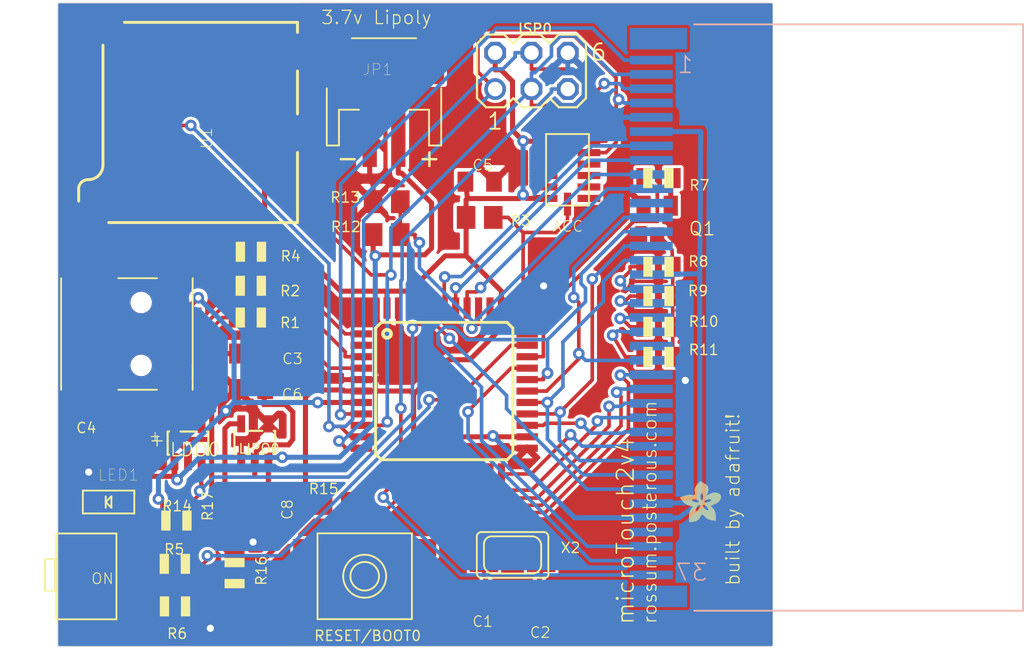
<source format=kicad_pcb>
(kicad_pcb (version 20221018) (generator pcbnew)
  (layers (0 "F.Cu" signal) (1 "In1.Cu" signal) (2 "In2.Cu" signal) (3 "In3.Cu" signal) (4 "In4.Cu" signal) (5 "In5.Cu" signal) (6 "In6.Cu" signal) (7 "In7.Cu" signal) (8 "In8.Cu" signal) (9 "In9.Cu" signal) (10 "In10.Cu" signal) (11 "In11.Cu" signal) (12 "In12.Cu" signal) (13 "In13.Cu" signal) (14 "In14.Cu" signal) (31 "B.Cu" signal) (34 "B.Paste" user) (35 "F.Paste" user) (36 "B.SilkS" user "B.Silkscreen") (37 "F.SilkS" user "F.Silkscreen") (38 "B.Mask" user) (39 "F.Mask" user) (44 "Edge.Cuts" user))
  (net 0 "")
  (net 1 "DB0")
  (net 2 "DB4")
  (net 3 "DB5")
  (net 4 "DB6")
  (net 5 "DB8")
  (net 6 "DB9")
  (net 7 "DB10")
  (net 8 "DB11")
  (net 9 "DB12")
  (net 10 "DB13")
  (net 11 "DB14")
  (net 12 "DB15")
  (net 13 "DB7")
  (net 14 "CS")
  (net 15 "RS")
  (net 16 "WR")
  (net 17 "RD")
  (net 18 "GND")
  (net 19 "MMCCS")
  (net 20 "5V")
  (net 21 "VCC")
  (net 22 "XTAL2")
  (net 23 "XTAL1")
  (net 24 "REGEN")
  (net 25 "LIPO")
  (net 26 "RESET")
  (net 27 "BLED")
  (net 28 "ACCCS")
  (net 29 "LRESET")
  (net 30 "N$16")
  (net 31 "N$14")
  (net 32 "N$12")
  (net 33 "N$9")
  (net 34 "N$10")
  (net 35 "N$11")
  (net 36 "N$13")
  (net 37 "MISO")
  (net 38 "SCLK")
  (net 39 "MOSI")
  (net 40 "N$7")
  (net 41 "N$8")
  (net 42 "N$32")
  (net 43 "N$33")
  (net 44 "LED")
  (net 45 "N$1")
  (footprint "working:KSSMINI" (layer "F.Cu") (at 125.5011 122.5036 -90)
    (fp_text reference "U2" hide)
    (fp_text value "KSSMINISWITCH" hide)
  )
  (footprint "working:R0805" (layer "F.Cu") (at 131.6901 121.7283)
    (fp_text reference "R5")
    (fp_text value "1k" hide)
  )
  (footprint "working:CHIPLED_0805" (layer "F.Cu") (at 127.0511 117.4036 90)
    (fp_text reference "LED1")
    (fp_text value "RED" hide)
  )
  (footprint "working:SOT23-5L" (layer "F.Cu") (at 137.2748 113.2367)
    (fp_text reference "LIPO0")
    (fp_text value "MCP73811/2" hide)
  )
  (footprint "working:MICRO-SD-SOCKET-PP" (layer "F.Cu") (at 140.2611 83.8636 90)
    (fp_text reference "U1")
    (fp_text value "MICROSD")
  )
  (footprint "working:EVQ-Q2" (layer "F.Cu") (at 144.9611 122.5936)
    (fp_text reference "RESET/BOOT0")
    (fp_text value "EVQQ2" hide)
  )
  (footprint "working:JSTPH2" (layer "F.Cu") (at 146.3111 87.9736)
    (fp_text reference "JP1")
    (fp_text value "BATT")
  )
  (footprint "working:FIDUCIAL_1MM" (layer "F.Cu") (at 170.9991 125.4081)
    (fp_text reference "U$6" hide)
    (fp_text value "FIDUCIAL" hide)
  )
  (footprint "working:C0805K" (layer "F.Cu") (at 157.3511 124.5436)
    (fp_text reference "C2")
    (fp_text value "18pf" hide)
  )
  (footprint "working:R0805" (layer "F.Cu") (at 137.0011 104.5063)
    (fp_text reference "R1")
    (fp_text value "22" hide)
  )
  (footprint "working:NX5032" (layer "F.Cu") (at 155.301 121.1036 180)
    (fp_text reference "X2")
    (fp_text value "16Mhz")
  )
  (footprint "working:C0805K" (layer "F.Cu") (at 153.0011 95.0036)
    (fp_text reference "C5")
    (fp_text value "1uf" hide)
  )
  (footprint "working:C0805K" (layer "F.Cu") (at 138.4097 117.9936 -90)
    (fp_text reference "C8")
    (fp_text value "1uf" hide)
  )
  (footprint "working:R0805" (layer "F.Cu") (at 137.0011 99.9037 180)
    (fp_text reference "R4")
    (fp_text value "10k" hide)
  )
  (footprint "working:FIDUCIAL_1MM" (layer "F.Cu") (at 128.8986 123.0586)
    (fp_text reference "U$8" hide)
    (fp_text value "FIDUCIAL" hide)
  )
  (footprint "working:R0805" (layer "F.Cu") (at 165.5011 107.2536 180)
    (fp_text reference "R11")
    (fp_text value "22" hide)
  )
  (footprint "working:R0805" (layer "F.Cu") (at 137.0011 102.2836)
    (fp_text reference "R2")
    (fp_text value "22" hide)
  )
  (footprint "working:MA03-2" (layer "F.Cu") (at 156.6235 87.2591)
    (fp_text reference "ISP0")
    (fp_text value "ISP" hide)
  )
  (footprint "working:FIDUCIAL_1MM" (layer "F.Cu") (at 171.4436 84.7046)
    (fp_text reference "U$7" hide)
    (fp_text value "FIDUCIAL" hide)
  )
  (footprint "working:TQFP44" (layer "F.Cu") (at 150.5211 109.6436)
    (fp_text reference "U$1" hide)
    (fp_text value "ATMEGA32U4")
  )
  (footprint "working:R0805" (layer "F.Cu") (at 165.5011 100.9536 180)
    (fp_text reference "R8")
    (fp_text value "22" hide)
  )
  (footprint "working:R0805" (layer "F.Cu") (at 165.5011 103.0036 180)
    (fp_text reference "R9")
    (fp_text value "22" hide)
  )
  (footprint "working:R0805" (layer "F.Cu") (at 165.5011 94.7536)
    (fp_text reference "R7")
    (fp_text value "1k" hide)
  )
  (footprint "working:ADAFRUIT200MIL" (layer "F.Cu") (at 168.3321 117.4071)
    (fp_text reference "U$9" hide)
    (fp_text value "" hide)
  )
  (footprint "working:USB-MINIB" (layer "F.Cu") (at 128.3311 105.6536 -90)
    (fp_text reference "X1" hide)
    (fp_text value "USBSMD" hide)
  )
  (footprint "working:M0805" (layer "F.Cu") (at 146.5011 96.4037 180)
    (fp_text reference "R13")
    (fp_text value "100K" hide)
  )
  (footprint "working:LGA" (layer "F.Cu") (at 159.1411 94.1736)
    (fp_text reference "ACCELEROMERTER0" hide)
    (fp_text value "MMA7455" hide)
  )
  (footprint "working:R0805" (layer "F.Cu") (at 131.8011 118.7036)
    (fp_text reference "R14")
    (fp_text value "10k" hide)
  )
  (footprint "working:C0805K" (layer "F.Cu") (at 137.0311 107.0231)
    (fp_text reference "C3")
    (fp_text value "1uf" hide)
  )
  (footprint "working:M0805" (layer "F.Cu") (at 135.9471 117.9786 -90)
    (fp_text reference "R17")
    (fp_text value "4.7K")
  )
  (footprint "working:M0805" (layer "F.Cu") (at 146.5011 98.7037)
    (fp_text reference "R12")
    (fp_text value "100K" hide)
  )
  (footprint "working:C0805K" (layer "F.Cu") (at 137.0011 109.5036)
    (fp_text reference "C6")
    (fp_text value "1uf" hide)
  )
  (footprint "working:C0805K" (layer "F.Cu") (at 153.2911 124.5436 180)
    (fp_text reference "C1")
    (fp_text value "18pf" hide)
  )
  (footprint "working:R0805" (layer "F.Cu") (at 131.7011 124.7036)
    (fp_text reference "R6")
    (fp_text value "100k" hide)
  )
  (footprint "working:A_3216-18R" (layer "F.Cu") (at 127.2711 113.6036)
    (fp_text reference "C4")
    (fp_text value "10uF" hide)
  )
  (footprint "working:SOT23-5L" (layer "F.Cu") (at 132.6055 113.2868)
    (fp_text reference "LDO0")
    (fp_text value "LP298XS")
  )
  (footprint "working:R0805" (layer "F.Cu") (at 165.5011 105.1536 180)
    (fp_text reference "R10")
    (fp_text value "22" hide)
  )
  (footprint "working:M0805" (layer "F.Cu") (at 153.0011 97.5036)
    (fp_text reference "R3")
    (fp_text value "10k" hide)
  )
  (footprint "working:SOT23-BEC" (layer "F.Cu") (at 165.4111 97.7856 180)
    (fp_text reference "Q1")
    (fp_text value "PN2222")
  )
  (footprint "working:R0805" (layer "F.Cu") (at 135.8621 122.3776 -90)
    (fp_text reference "R16")
    (fp_text value "10k" hide)
  )
  (footprint "working:M0805" (layer "F.Cu") (at 143.0011 117.5036)
    (fp_text reference "R15")
    (fp_text value "10k" hide)
  )
  (footprint "working:LCD371MM" (layer "B.Cu") (at 165.0011 104.5036 180)
    (fp_text reference "U$2" hide)
    (fp_text value "LCD37" hide)
  )
  (gr_line (start 123.5011 82.5036) (end 123.5011 127.5036) (stroke (width 0.05)) (layer "Edge.Cuts"))
  (gr_line (start 123.5011 127.5036) (end 173.5011 127.5036) (stroke (width 0.05)) (layer "Edge.Cuts"))
  (gr_line (start 173.5011 82.5036) (end 123.5011 82.5036) (stroke (width 0.05)) (layer "Edge.Cuts"))
  (gr_line (start 173.5011 127.5036) (end 173.5011 82.5036) (stroke (width 0.05)) (layer "Edge.Cuts"))
  (gr_text "microTouch2v4" (at 163.8761 126.0471 90) (layer "F.SilkS") (effects (font (size 1.1684 1.1684) (thickness 0.1016)) (justify left bottom)))
  (gr_text "rossum.posterous.com" (at 165.4476 125.9836 90) (layer "F.SilkS") (effects (font (size 0.93472 0.93472) (thickness 0.08128)) (justify left bottom)))
  (gr_text "built by adafruit!" (at 171.2531 123.3126 90) (layer "F.SilkS") (effects (font (size 0.93472 0.93472) (thickness 0.08128)) (justify left bottom)))
  (gr_text "3.7v Lipoly" (at 141.8526 84.0696) (layer "F.SilkS") (effects (font (size 0.93472 0.93472) (thickness 0.08128)) (justify left bottom)))
  (gr_text "+" (at 129.8011 113.2036) (layer "F.SilkS") (effects (font (size 0.747776 0.747776) (thickness 0.065024)) (justify left bottom)))
  (gr_text "ON" (at 125.8011 123.2036) (layer "F.SilkS") (effects (font (size 0.747776 0.747776) (thickness 0.065024)) (justify left bottom)))
  (gr_text "ACC" (at 158.0551 98.5686) (layer "F.SilkS") (effects (font (size 0.747776 0.747776) (thickness 0.065024)) (justify left bottom)))
  (segment (start 143.3278 111.2436) (end 144.7211 111.2436) (width 0.254) (layer "F.Cu") (net 1))
  (segment (start 143.2764 111.295) (end 143.3278 111.2436) (width 0.254) (layer "F.Cu") (net 1))
  (via (at 143.2764 111.295) (size 0.8128) (drill 0.4064) (layers "F.Cu" "B.Cu") (net 1))
  (segment (start 143.2764 111.295) (end 143.2764 95.1593) (width 0.254) (layer "B.Cu") (net 1))
  (segment (start 160.8792 84.2628) (end 163.12 86.5036) (width 0.254) (layer "B.Cu") (net 1))
  (segment (start 143.2764 95.1593) (end 154.1729 84.2628) (width 0.254) (layer "B.Cu") (net 1))
  (segment (start 154.1729 84.2628) (end 160.8792 84.2628) (width 0.254) (layer "B.Cu") (net 1))
  (segment (start 163.12 86.5036) (end 165.0011 86.5036) (width 0.254) (layer "B.Cu") (net 1))
  (segment (start 156.3211 109.6436) (end 157.4522 109.6436) (width 0.254) (layer "F.Cu") (net 2))
  (segment (start 159.932 103.448) (end 159.5774 103.0934) (width 0.254) (layer "F.Cu") (net 2))
  (segment (start 159.932 107.0298) (end 159.932 103.448) (width 0.254) (layer "F.Cu") (net 2))
  (segment (start 157.4522 109.6436) (end 157.6858 109.6436) (width 0.254) (layer "F.Cu") (net 2))
  (segment (start 157.6858 109.6436) (end 159.932 107.3974) (width 0.254) (layer "F.Cu") (net 2))
  (segment (start 159.932 107.3974) (end 159.932 107.0298) (width 0.254) (layer "F.Cu") (net 2))
  (via (at 159.5774 103.0934) (size 0.8128) (drill 0.4064) (layers "F.Cu" "B.Cu") (net 2))
  (via (at 159.932 107.0298) (size 0.8128) (drill 0.4064) (layers "F.Cu" "B.Cu") (net 2))
  (segment (start 159.932 107.0298) (end 160.4058 107.5036) (width 0.254) (layer "B.Cu") (net 2))
  (segment (start 160.4058 107.5036) (end 163.12 107.5036) (width 0.254) (layer "B.Cu") (net 2))
  (segment (start 163.12 107.5036) (end 165.0011 107.5036) (width 0.254) (layer "B.Cu") (net 2))
  (segment (start 159.5774 103.0934) (end 159.5774 101.0462) (width 0.254) (layer "B.Cu") (net 2))
  (segment (start 163.12 97.5036) (end 165.0011 97.5036) (width 0.254) (layer "B.Cu") (net 2))
  (segment (start 159.5774 101.0462) (end 163.12 97.5036) (width 0.254) (layer "B.Cu") (net 2))
  (segment (start 157.7442 108.3914) (end 157.4522 108.6834) (width 0.254) (layer "F.Cu") (net 3))
  (segment (start 157.4522 108.8436) (end 156.3211 108.8436) (width 0.254) (layer "F.Cu") (net 3))
  (segment (start 157.4522 108.6834) (end 157.4522 108.8436) (width 0.254) (layer "F.Cu") (net 3))
  (via (at 157.7442 108.3914) (size 0.8128) (drill 0.4064) (layers "F.Cu" "B.Cu") (net 3))
  (segment (start 152.1036 106.0478) (end 157.7442 106.0478) (width 0.254) (layer "B.Cu") (net 3))
  (segment (start 153.1342 113.1093) (end 153.1342 109.3781) (width 0.254) (layer "B.Cu") (net 3))
  (segment (start 160.0855 102.1326) (end 160.0855 101.4802) (width 0.254) (layer "B.Cu") (net 3))
  (segment (start 160.5285 120.5036) (end 153.1342 113.1093) (width 0.254) (layer "B.Cu") (net 3))
  (segment (start 151.2082 105.1524) (end 152.1036 106.0478) (width 0.254) (layer "B.Cu") (net 3))
  (segment (start 160.0855 101.4802) (end 163.0621 98.5036) (width 0.254) (layer "B.Cu") (net 3))
  (segment (start 160.4021 102.4492) (end 160.0855 102.1326) (width 0.254) (layer "B.Cu") (net 3))
  (segment (start 150.0902 106.3341) (end 150.0902 105.6289) (width 0.254) (layer "B.Cu") (net 3))
  (segment (start 150.0902 105.6289) (end 150.5667 105.1524) (width 0.254) (layer "B.Cu") (net 3))
  (segment (start 163.12 98.5036) (end 165.0011 98.5036) (width 0.254) (layer "B.Cu") (net 3))
  (segment (start 163.12 120.5036) (end 165.0011 120.5036) (width 0.254) (layer "B.Cu") (net 3))
  (segment (start 160.4021 103.3899) (end 160.4021 102.4492) (width 0.254) (layer "B.Cu") (net 3))
  (segment (start 153.1342 109.3781) (end 150.0902 106.3341) (width 0.254) (layer "B.Cu") (net 3))
  (segment (start 163.0621 98.5036) (end 163.12 98.5036) (width 0.254) (layer "B.Cu") (net 3))
  (segment (start 150.5667 105.1524) (end 151.2082 105.1524) (width 0.254) (layer "B.Cu") (net 3))
  (segment (start 157.7442 106.0478) (end 160.4021 103.3899) (width 0.254) (layer "B.Cu") (net 3))
  (segment (start 160.5285 120.5036) (end 163.12 120.5036) (width 0.254) (layer "B.Cu") (net 3))
  (segment (start 157.7442 106.0478) (end 157.7442 108.3914) (width 0.254) (layer "B.Cu") (net 3))
  (segment (start 152.1877 111.0984) (end 152.1877 111.0459) (width 0.254) (layer "F.Cu") (net 4))
  (segment (start 155.19 108.0436) (end 156.3211 108.0436) (width 0.254) (layer "F.Cu") (net 4))
  (segment (start 152.1877 111.0459) (end 155.19 108.0436) (width 0.254) (layer "F.Cu") (net 4))
  (via (at 152.1877 111.0984) (size 0.8128) (drill 0.4064) (layers "F.Cu" "B.Cu") (net 4))
  (segment (start 152.1877 112.9292) (end 152.1877 111.0984) (width 0.254) (layer "B.Cu") (net 4))
  (segment (start 160.7621 121.5036) (end 152.1877 112.9292) (width 0.254) (layer "B.Cu") (net 4))
  (segment (start 160.7621 121.5036) (end 163.12 121.5036) (width 0.254) (layer "B.Cu") (net 4))
  (segment (start 163.12 121.5036) (end 165.0011 121.5036) (width 0.254) (layer "B.Cu") (net 4))
  (segment (start 151.3211 115.4436) (end 151.3211 116.5747) (width 0.254) (layer "F.Cu") (net 5))
  (segment (start 151.3211 116.5747) (end 152.8865 118.1401) (width 0.254) (layer "F.Cu") (net 5))
  (segment (start 157.5784 118.1401) (end 163.4027 112.3158) (width 0.254) (layer "F.Cu") (net 5))
  (segment (start 163.4027 109.0987) (end 162.8365 108.5325) (width 0.254) (layer "F.Cu") (net 5))
  (segment (start 163.4027 112.3158) (end 163.4027 109.0987) (width 0.254) (layer "F.Cu") (net 5))
  (segment (start 152.8865 118.1401) (end 157.5784 118.1401) (width 0.254) (layer "F.Cu") (net 5))
  (via (at 162.8365 108.5325) (size 0.8128) (drill 0.4064) (layers "F.Cu" "B.Cu") (net 5))
  (segment (start 162.8654 108.5036) (end 165.0011 108.5036) (width 0.254) (layer "B.Cu") (net 5))
  (segment (start 162.8365 108.5325) (end 162.8654 108.5036) (width 0.254) (layer "B.Cu") (net 5))
  (segment (start 157.3305 117.6319) (end 162.8825 112.0799) (width 0.254) (layer "F.Cu") (net 6))
  (segment (start 153.1783 117.6319) (end 157.3305 117.6319) (width 0.254) (layer "F.Cu") (net 6))
  (segment (start 153.1783 117.6319) (end 152.1211 116.5747) (width 0.254) (layer "F.Cu") (net 6))
  (segment (start 162.8825 110.0305) (end 162.5785 109.7265) (width 0.254) (layer "F.Cu") (net 6))
  (segment (start 162.8825 112.0799) (end 162.8825 110.0305) (width 0.254) (layer "F.Cu") (net 6))
  (segment (start 152.1211 116.5747) (end 152.1211 115.4436) (width 0.254) (layer "F.Cu") (net 6))
  (via (at 162.5785 109.7265) (size 0.8128) (drill 0.4064) (layers "F.Cu" "B.Cu") (net 6))
  (segment (start 162.8014 109.5036) (end 165.0011 109.5036) (width 0.254) (layer "B.Cu") (net 6))
  (segment (start 162.5785 109.7265) (end 162.8014 109.5036) (width 0.254) (layer "B.Cu") (net 6))
  (segment (start 162.047 112.1072) (end 162.047 110.7138) (width 0.254) (layer "F.Cu") (net 7))
  (segment (start 152.9211 116.5747) (end 153.4701 117.1237) (width 0.254) (layer "F.Cu") (net 7))
  (segment (start 153.4701 117.1237) (end 157.0305 117.1237) (width 0.254) (layer "F.Cu") (net 7))
  (segment (start 152.9211 115.4436) (end 152.9211 116.5747) (width 0.254) (layer "F.Cu") (net 7))
  (segment (start 157.0305 117.1237) (end 162.047 112.1072) (width 0.254) (layer "F.Cu") (net 7))
  (via (at 162.047 110.7138) (size 0.8128) (drill 0.4064) (layers "F.Cu" "B.Cu") (net 7))
  (segment (start 163.12 110.5036) (end 165.0011 110.5036) (width 0.254) (layer "B.Cu") (net 7))
  (segment (start 162.047 110.7138) (end 162.9098 110.7138) (width 0.254) (layer "B.Cu") (net 7))
  (segment (start 162.9098 110.7138) (end 163.12 110.5036) (width 0.254) (layer "B.Cu") (net 7))
  (segment (start 156.6266 116.5747) (end 161.23 111.9713) (width 0.254) (layer "F.Cu") (net 8))
  (segment (start 153.7211 115.4436) (end 153.7211 116.5747) (width 0.254) (layer "F.Cu") (net 8))
  (segment (start 153.7211 116.5747) (end 156.6266 116.5747) (width 0.254) (layer "F.Cu") (net 8))
  (segment (start 161.23 111.9713) (end 161.23 111.7411) (width 0.254) (layer "F.Cu") (net 8))
  (via (at 161.23 111.7411) (size 0.8128) (drill 0.4064) (layers "F.Cu" "B.Cu") (net 8))
  (segment (start 161.4675 111.5036) (end 165.0011 111.5036) (width 0.254) (layer "B.Cu") (net 8))
  (segment (start 161.23 111.7411) (end 161.4675 111.5036) (width 0.254) (layer "B.Cu") (net 8))
  (segment (start 157.5969 111.8989) (end 160.0751 111.8989) (width 0.254) (layer "F.Cu") (net 9))
  (segment (start 156.3211 112.0436) (end 157.4522 112.0436) (width 0.254) (layer "F.Cu") (net 9))
  (segment (start 157.4522 112.0436) (end 157.5969 111.8989) (width 0.254) (layer "F.Cu") (net 9))
  (via (at 160.0751 111.8989) (size 0.8128) (drill 0.4064) (layers "F.Cu" "B.Cu") (net 9))
  (segment (start 160.0751 111.8989) (end 160.7619 112.5857) (width 0.254) (layer "B.Cu") (net 9))
  (segment (start 163.12 112.5036) (end 165.0011 112.5036) (width 0.254) (layer "B.Cu") (net 9))
  (segment (start 160.7619 112.5857) (end 163.0379 112.5857) (width 0.254) (layer "B.Cu") (net 9))
  (segment (start 163.0379 112.5857) (end 163.12 112.5036) (width 0.254) (layer "B.Cu") (net 9))
  (segment (start 154.5211 115.4436) (end 156.6119 115.4436) (width 0.254) (layer "F.Cu") (net 10))
  (segment (start 156.6119 115.4436) (end 159.3605 112.695) (width 0.254) (layer "F.Cu") (net 10))
  (via (at 159.3605 112.695) (size 0.8128) (drill 0.4064) (layers "F.Cu" "B.Cu") (net 10))
  (segment (start 160.1691 113.5036) (end 165.0011 113.5036) (width 0.254) (layer "B.Cu") (net 10))
  (segment (start 159.3605 112.695) (end 160.1691 113.5036) (width 0.254) (layer "B.Cu") (net 10))
  (segment (start 160.873 108.864) (end 160.873 101.8064) (width 0.254) (layer "F.Cu") (net 11))
  (segment (start 156.3211 111.2436) (end 158.4934 111.2436) (width 0.254) (layer "F.Cu") (net 11))
  (segment (start 158.6257 111.1113) (end 160.873 108.864) (width 0.254) (layer "F.Cu") (net 11))
  (segment (start 158.4934 111.2436) (end 158.6257 111.1113) (width 0.254) (layer "F.Cu") (net 11))
  (via (at 160.873 101.8064) (size 0.8128) (drill 0.4064) (layers "F.Cu" "B.Cu") (net 11))
  (via (at 158.6257 111.1113) (size 0.8128) (drill 0.4064) (layers "F.Cu" "B.Cu") (net 11))
  (segment (start 159.999 114.5036) (end 165.0011 114.5036) (width 0.254) (layer "B.Cu") (net 11))
  (segment (start 158.573 113.0776) (end 159.999 114.5036) (width 0.254) (layer "B.Cu") (net 11))
  (segment (start 163.12 99.5594) (end 163.12 99.5036) (width 0.254) (layer "B.Cu") (net 11))
  (segment (start 163.12 99.5036) (end 165.0011 99.5036) (width 0.254) (layer "B.Cu") (net 11))
  (segment (start 158.6257 111.1113) (end 158.573 111.164) (width 0.254) (layer "B.Cu") (net 11))
  (segment (start 160.873 101.8064) (end 163.12 99.5594) (width 0.254) (layer "B.Cu") (net 11))
  (segment (start 158.573 111.164) (end 158.573 113.0776) (width 0.254) (layer "B.Cu") (net 11))
  (segment (start 156.3211 110.4436) (end 157.7358 110.4436) (width 0.254) (layer "F.Cu") (net 12))
  (via (at 157.7358 110.4436) (size 0.8128) (drill 0.4064) (layers "F.Cu" "B.Cu") (net 12))
  (segment (start 163.12 100.5036) (end 165.0011 100.5036) (width 0.254) (layer "B.Cu") (net 12))
  (segment (start 158.8236 106.2137) (end 161.6605 103.3768) (width 0.254) (layer "B.Cu") (net 12))
  (segment (start 163.12 115.5036) (end 165.0011 115.5036) (width 0.254) (layer "B.Cu") (net 12))
  (segment (start 161.6605 101.9631) (end 163.12 100.5036) (width 0.254) (layer "B.Cu") (net 12))
  (segment (start 160.232 115.5036) (end 163.12 115.5036) (width 0.254) (layer "B.Cu") (net 12))
  (segment (start 157.7358 113.0074) (end 160.232 115.5036) (width 0.254) (layer "B.Cu") (net 12))
  (segment (start 157.7358 110.4436) (end 158.8236 109.3558) (width 0.254) (layer "B.Cu") (net 12))
  (segment (start 158.8236 109.3558) (end 158.8236 106.2137) (width 0.254) (layer "B.Cu") (net 12))
  (segment (start 161.6605 103.3768) (end 161.6605 101.9631) (width 0.254) (layer "B.Cu") (net 12))
  (segment (start 157.7358 110.4436) (end 157.7358 113.0074) (width 0.254) (layer "B.Cu") (net 12))
  (segment (start 146.2594 117.0677) (end 146.2594 116.8364) (width 0.254) (layer "F.Cu") (net 13))
  (segment (start 146.5211 116.5747) (end 146.5211 115.4436) (width 0.254) (layer "F.Cu") (net 13))
  (segment (start 146.2594 116.8364) (end 146.5211 116.5747) (width 0.254) (layer "F.Cu") (net 13))
  (via (at 146.2594 117.0677) (size 0.8128) (drill 0.4064) (layers "F.Cu" "B.Cu") (net 13))
  (segment (start 146.2594 117.0677) (end 151.6953 122.5036) (width 0.254) (layer "B.Cu") (net 13))
  (segment (start 151.6953 122.5036) (end 165.0011 122.5036) (width 0.254) (layer "B.Cu") (net 13))
  (segment (start 150.5211 103.8436) (end 150.5211 102.7125) (width 0.254) (layer "F.Cu") (net 14))
  (segment (start 150.5211 102.7125) (end 150.5211 101.7026) (width 0.254) (layer "F.Cu") (net 14))
  (segment (start 150.5211 101.7026) (end 150.5547 101.669) (width 0.254) (layer "F.Cu") (net 14))
  (via (at 150.5547 101.669) (size 0.8128) (drill 0.4064) (layers "F.Cu" "B.Cu") (net 14))
  (segment (start 150.5547 101.669) (end 150.5882 101.6355) (width 0.254) (layer "B.Cu") (net 14))
  (segment (start 151.7159 101.6355) (end 160.8478 92.5036) (width 0.254) (layer "B.Cu") (net 14))
  (segment (start 150.5882 101.6355) (end 151.7159 101.6355) (width 0.254) (layer "B.Cu") (net 14))
  (segment (start 160.8478 92.5036) (end 165.0011 92.5036) (width 0.254) (layer "B.Cu") (net 14))
  (segment (start 151.3211 102.7125) (end 151.3211 102.4322) (width 0.254) (layer "F.Cu") (net 15))
  (segment (start 151.3211 103.8436) (end 151.3211 102.7125) (width 0.254) (layer "F.Cu") (net 15))
  (via (at 151.3211 102.4322) (size 0.8128) (drill 0.4064) (layers "F.Cu" "B.Cu") (net 15))
  (segment (start 151.638 102.4321) (end 160.5665 93.5036) (width 0.254) (layer "B.Cu") (net 15))
  (segment (start 160.5665 93.5036) (end 165.0011 93.5036) (width 0.254) (layer "B.Cu") (net 15))
  (segment (start 151.3211 102.4322) (end 151.3211 102.4321) (width 0.254) (layer "B.Cu") (net 15))
  (segment (start 151.3211 102.4321) (end 151.638 102.4321) (width 0.254) (layer "B.Cu") (net 15))
  (segment (start 152.1211 102.7125) (end 152.7656 102.7125) (width 0.254) (layer "F.Cu") (net 16))
  (segment (start 152.7656 102.7125) (end 153.0685 102.4096) (width 0.254) (layer "F.Cu") (net 16))
  (segment (start 152.1211 103.8436) (end 152.1211 102.7125) (width 0.254) (layer "F.Cu") (net 16))
  (via (at 153.0685 102.4096) (size 0.8128) (drill 0.4064) (layers "F.Cu" "B.Cu") (net 16))
  (segment (start 160.9745 94.5036) (end 165.0011 94.5036) (width 0.254) (layer "B.Cu") (net 16))
  (segment (start 153.0685 102.4096) (end 160.9745 94.5036) (width 0.254) (layer "B.Cu") (net 16))
  (segment (start 148.4822 98.7037) (end 147.4511 98.7037) (width 0.254) (layer "F.Cu") (net 17))
  (segment (start 148.788 99.265) (end 148.4822 98.9592) (width 0.254) (layer "F.Cu") (net 17))
  (segment (start 152.7393 104.9747) (end 152.9211 104.9747) (width 0.254) (layer "F.Cu") (net 17))
  (segment (start 152.9211 104.9747) (end 152.9211 103.8436) (width 0.254) (layer "F.Cu") (net 17))
  (segment (start 147.4511 98.7037) (end 147.4511 96.4037) (width 0.254) (layer "F.Cu") (net 17))
  (segment (start 148.4822 98.9592) (end 148.4822 98.7037) (width 0.254) (layer "F.Cu") (net 17))
  (segment (start 152.4571 105.2569) (end 152.7393 104.9747) (width 0.254) (layer "F.Cu") (net 17))
  (via (at 148.788 99.265) (size 0.8128) (drill 0.4064) (layers "F.Cu" "B.Cu") (net 17))
  (via (at 152.4571 105.2569) (size 0.8128) (drill 0.4064) (layers "F.Cu" "B.Cu") (net 17))
  (segment (start 152.5995 104.844) (end 148.788 101.0325) (width 0.254) (layer "B.Cu") (net 17))
  (segment (start 152.4571 105.2569) (end 152.5995 105.1145) (width 0.254) (layer "B.Cu") (net 17))
  (segment (start 152.5995 105.1145) (end 152.5995 104.844) (width 0.254) (layer "B.Cu") (net 17))
  (segment (start 161.9399 95.5036) (end 165.0011 95.5036) (width 0.254) (layer "B.Cu") (net 17))
  (segment (start 152.5995 104.844) (end 161.9399 95.5036) (width 0.254) (layer "B.Cu") (net 17))
  (segment (start 148.788 101.0325) (end 148.788 99.265) (width 0.254) (layer "B.Cu") (net 17))
  (segment (start 148.9211 115.4436) (end 148.9211 114.2617) (width 0.3556) (layer "F.Cu") (net 18))
  (segment (start 155.1392 113.6436) (end 156.3211 113.6436) (width 0.3556) (layer "F.Cu") (net 18))
  (segment (start 137.8811 105.8412) (end 135.3114 105.8412) (width 0.3556) (layer "F.Cu") (net 18))
  (segment (start 144.7211 108.8436) (end 145.903 108.8436) (width 0.3556) (layer "F.Cu") (net 18))
  (segment (start 145.3111 88.9417) (end 145.3111 91.6736) (width 0.3556) (layer "F.Cu") (net 18))
  (segment (start 147.3211 106.8433) (end 147.3211 103.8436) (width 0.3556) (layer "F.Cu") (net 18))
  (segment (start 140.0092 87.3036) (end 141.6473 88.9417) (width 0.3556) (layer "F.Cu") (net 18))
  (segment (start 145.903 108.8436) (end 147.3211 107.4255) (width 0.3556) (layer "F.Cu") (net 18))
  (segment (start 153.7211 105.1812) (end 153.7211 103.8436) (width 0.3556) (layer "F.Cu") (net 18))
  (segment (start 137.9011 108.8436) (end 137.9011 108.2217) (width 0.3556) (layer "F.Cu") (net 18))
  (segment (start 137.9011 108.8436) (end 144.7211 108.8436) (width 0.3556) (layer "F.Cu") (net 18))
  (segment (start 147.3211 107.4255) (end 147.3211 106.8433) (width 0.3556) (layer "F.Cu") (net 18))
  (segment (start 137.9011 108.2217) (end 137.8978 108.2217) (width 0.3556) (layer "F.Cu") (net 18))
  (segment (start 133.981 107.1716) (end 133.981 107.2536) (width 0.3556) (layer "F.Cu") (net 18))
  (segment (start 145.5511 95.1718) (end 145.5511 96.4037) (width 0.3556) (layer "F.Cu") (net 18))
  (segment (start 139.9318 111.1008) (end 139.4165 110.5855) (width 0.3556) (layer "F.Cu") (net 18))
  (segment (start 139.9318 113.0207) (end 139.9318 111.1008) (width 0.3556) (layer "F.Cu") (net 18))
  (segment (start 138.0011 109.5036) (end 137.9011 108.8436) (width 0.3556) (layer "F.Cu") (net 18))
  (segment (start 137.8811 108.205) (end 138.0311 107.0231) (width 0.3556) (layer "F.Cu") (net 18))
  (segment (start 131.8831 113.1526) (end 132.6055 113.875) (width 0.3556) (layer "F.Cu") (net 18))
  (segment (start 152.059 106.8433) (end 153.7211 105.1812) (width 0.3556) (layer "F.Cu") (net 18))
  (segment (start 138.0311 107.0231) (end 137.8811 105.8412) (width 0.3556) (layer "F.Cu") (net 18))
  (segment (start 137.9011 110.5855) (end 138.0011 109.5036) (width 0.3556) (layer "F.Cu") (net 18))
  (segment (start 137.3441 114.4674) (end 137.3441 113.9146) (width 0.3556) (layer "F.Cu") (net 18))
  (segment (start 151.3432 88.9417) (end 153.9469 91.5454) (width 0.3556) (layer "F.Cu") (net 18))
  (segment (start 137.2748 115.5687) (end 137.2748 114.5367) (width 0.3556) (layer "F.Cu") (net 18))
  (segment (start 130.3591 114.1686) (end 131.3751 113.1526) (width 0.3556) (layer "F.Cu") (net 18))
  (segment (start 129.3611 87.3036) (end 140.0092 87.3036) (width 0.3556) (layer "F.Cu") (net 18))
  (segment (start 145.3111 88.9417) (end 151.3432 88.9417) (width 0.3556) (layer "F.Cu") (net 18))
  (segment (start 141.6473 88.9417) (end 145.3111 88.9417) (width 0.3556) (layer "F.Cu") (net 18))
  (segment (start 154.5211 114.2617) (end 155.1392 113.6436) (width 0.3556) (layer "F.Cu") (net 18))
  (segment (start 148.9211 114.2617) (end 154.5211 114.2617) (width 0.3556) (layer "F.Cu") (net 18))
  (segment (start 137.8978 108.2217) (end 137.8811 108.205) (width 0.3556) (layer "F.Cu") (net 18))
  (segment (start 147.3211 106.8433) (end 152.059 106.8433) (width 0.3556) (layer "F.Cu") (net 18))
  (segment (start 131.3751 113.1526) (end 131.8831 113.1526) (width 0.3556) (layer "F.Cu") (net 18))
  (segment (start 133.981 107.2536) (end 132.3951 107.2536) (width 0.3556) (layer "F.Cu") (net 18))
  (segment (start 132.6055 113.875) (end 132.6055 114.5868) (width 0.3556) (layer "F.Cu") (net 18))
  (segment (start 137.2748 114.5367) (end 137.3441 114.4674) (width 0.3556) (layer "F.Cu") (net 18))
  (segment (start 137.3441 113.9146) (end 137.8538 113.4049) (width 0.3556) (layer "F.Cu") (net 18))
  (segment (start 139.4165 110.5855) (end 137.9011 110.5855) (width 0.3556) (layer "F.Cu") (net 18))
  (segment (start 145.3111 91.6736) (end 145.3111 94.9318) (width 0.3556) (layer "F.Cu") (net 18))
  (segment (start 139.6476 113.4049) (end 139.9318 113.0207) (width 0.3556) (layer "F.Cu") (net 18))
  (segment (start 137.8538 113.4049) (end 139.6476 113.4049) (width 0.3556) (layer "F.Cu") (net 18))
  (segment (start 135.3114 105.8412) (end 133.981 107.1716) (width 0.3556) (layer "F.Cu") (net 18))
  (segment (start 145.3111 94.9318) (end 145.5511 95.1718) (width 0.3556) (layer "F.Cu") (net 18))
  (via (at 134.1691 126.2336) (size 0.9064) (drill 0.5) (layers "F.Cu" "B.Cu") (net 18))
  (via (at 167.3796 108.8981) (size 0.9064) (drill 0.5) (layers "F.Cu" "B.Cu") (net 18))
  (via (at 157.4736 102.2941) (size 0.9064) (drill 0.5) (layers "F.Cu" "B.Cu") (net 18))
  (via (at 137.1536 120.2011) (size 0.9064) (drill 0.5) (layers "F.Cu" "B.Cu") (net 18))
  (via (at 125.6601 115.3116) (size 0.9064) (drill 0.5) (layers "F.Cu" "B.Cu") (net 18))
  (segment (start 159.1635 87.183) (end 159.5262 87.183) (width 0.3556) (layer "B.Cu") (net 18))
  (segment (start 159.1635 87.183) (end 159.1635 85.9891) (width 0.3556) (layer "B.Cu") (net 18))
  (segment (start 133.0888 119.2323) (end 135.8725 116.4486) (width 0.3556) (layer "B.Cu") (net 18))
  (segment (start 162.7394 90.5036) (end 165.0011 90.5036) (width 0.3556) (layer "B.Cu") (net 18))
  (segment (start 133.0888 122.2613) (end 133.0888 119.2323) (width 0.3556) (layer "B.Cu") (net 18))
  (segment (start 161.5757 89.3399) (end 162.7394 90.5036) (width 0.3556) (layer "B.Cu") (net 18))
  (segment (start 161.5757 89.2325) (end 161.5757 89.3399) (width 0.3556) (layer "B.Cu") (net 18))
  (segment (start 159.5262 87.183) (end 161.5757 89.2325) (width 0.3556) (layer "B.Cu") (net 18))
  (segment (start 136.0511 101.0848) (end 139.0312 101.0848) (width 0.254) (layer "F.Cu") (net 19))
  (segment (start 136.0511 96.6625) (end 131.0922 91.7036) (width 0.254) (layer "F.Cu") (net 19))
  (segment (start 139.0312 101.0848) (end 143.59 105.6436) (width 0.254) (layer "F.Cu") (net 19))
  (segment (start 143.59 105.6436) (end 144.7211 105.6436) (width 0.254) (layer "F.Cu") (net 19))
  (segment (start 136.0011 99.9037) (end 136.0511 96.6625) (width 0.254) (layer "F.Cu") (net 19))
  (segment (start 131.0922 91.7036) (end 129.9611 91.7036) (width 0.254) (layer "F.Cu") (net 19))
  (segment (start 136.0011 99.9037) (end 136.0511 101.0848) (width 0.254) (layer "F.Cu") (net 19))
  (segment (start 130.8208 117.4717) (end 130.5381 117.189) (width 0.3556) (layer "F.Cu") (net 20))
  (segment (start 136.2011 110.781) (end 136.3248 110.9047) (width 0.3556) (layer "F.Cu") (net 20))
  (segment (start 136.2011 110.781) (end 136.0011 109.5036) (width 0.3556) (layer "F.Cu") (net 20))
  (segment (start 136.3281 114.5334) (end 136.3281 113.1526) (width 0.3556) (layer "F.Cu") (net 20))
  (segment (start 133.3255 103.1232) (end 132.3951 104.0536) (width 0.3556) (layer "F.Cu") (net 20))
  (segment (start 130.8511 117.4717) (end 130.8208 117.4717) (width 0.3556) (layer "F.Cu") (net 20))
  (segment (start 135.2445 111.0254) (end 135.4889 110.781) (width 0.3556) (layer "F.Cu") (net 20))
  (segment (start 135.4889 110.781) (end 136.2011 110.781) (width 0.3556) (layer "F.Cu") (net 20))
  (segment (start 136.3248 114.5367) (end 136.3281 114.5334) (width 0.3556) (layer "F.Cu") (net 20))
  (segment (start 130.8011 118.7036) (end 130.8511 117.4717) (width 0.3556) (layer "F.Cu") (net 20))
  (segment (start 141.6738 110.4436) (end 144.7211 110.4436) (width 0.3556) (layer "F.Cu") (net 20))
  (via (at 130.5381 117.189) (size 0.8128) (drill 0.4064) (layers "F.Cu" "B.Cu") (net 20))
  (via (at 135.2445 111.0254) (size 0.8128) (drill 0.4064) (layers "F.Cu" "B.Cu") (net 20))
  (via (at 133.3255 103.1232) (size 0.8128) (drill 0.4064) (layers "F.Cu" "B.Cu") (net 20))
  (via (at 141.6738 110.4436) (size 0.8128) (drill 0.4064) (layers "F.Cu" "B.Cu") (net 20))
  (segment (start 130.5381 117.189) (end 130.5381 115.7318) (width 0.3556) (layer "B.Cu") (net 20))
  (segment (start 135.2445 111.0254) (end 135.8263 110.4436) (width 0.3556) (layer "B.Cu") (net 20))
  (segment (start 135.8263 105.624) (end 133.3255 103.1232) (width 0.3556) (layer "B.Cu") (net 20))
  (segment (start 135.8263 110.4436) (end 135.8263 105.624) (width 0.3556) (layer "B.Cu") (net 20))
  (segment (start 135.8263 110.4436) (end 141.6738 110.4436) (width 0.3556) (layer "B.Cu") (net 20))
  (segment (start 130.5381 115.7318) (end 135.2445 111.0254) (width 0.3556) (layer "B.Cu") (net 20))
  (segment (start 152.1511 96.1855) (end 155.7678 96.1855) (width 0.3556) (layer "F.Cu") (net 21))
  (segment (start 153.9217 112.8436) (end 153.9217 112.7804) (width 0.3556) (layer "F.Cu") (net 21))
  (segment (start 140.9692 117.5036) (end 142.0511 117.5036) (width 0.3556) (layer "F.Cu") (net 21))
  (segment (start 148.3831 109.8674) (end 148.3831 112.8436) (width 0.3556) (layer "F.Cu") (net 21))
  (segment (start 132.6949 113.0262) (end 131.6555 111.9868) (width 0.3556) (layer "F.Cu") (net 21))
  (segment (start 156.4092 92.1736) (end 157.6411 92.1736) (width 0.3556) (layer "F.Cu") (net 21))
  (segment (start 134.2635 113.0262) (end 132.6949 113.0262) (width 0.3556) (layer "F.Cu") (net 21))
  (segment (start 154.5211 105.2465) (end 154.5211 103.8436) (width 0.3556) (layer "F.Cu") (net 21))
  (segment (start 140.5187 99.9037) (end 138.0011 99.9037) (width 0.3556) (layer "F.Cu") (net 21))
  (segment (start 152.0511 100.1917) (end 150.5911 100.1917) (width 0.3556) (layer "F.Cu") (net 21))
  (segment (start 152.3145 107.4531) (end 154.5211 105.2465) (width 0.3556) (layer "F.Cu") (net 21))
  (segment (start 152.1373 96.1855) (end 152.1511 96.1855) (width 0.3556) (layer "F.Cu") (net 21))
  (segment (start 134.277 119.7925) (end 134.2635 119.7925) (width 0.3556) (layer "F.Cu") (net 21))
  (segment (start 131.6555 111.9868) (end 131.6783 112.0096) (width 0.3556) (layer "F.Cu") (net 21))
  (segment (start 134.2635 113.0262) (end 134.2635 107.8588) (width 0.3556) (layer "F.Cu") (net 21))
  (segment (start 131.6265 111.9868) (end 131.5783 112.035) (width 0.4064) (layer "F.Cu") (net 21))
  (segment (start 148.3831 109.8674) (end 150.7974 107.4531) (width 0.3556) (layer "F.Cu") (net 21))
  (segment (start 143.463 109.5674) (end 143.5392 109.6436) (width 0.3556) (layer "F.Cu") (net 21))
  (segment (start 131.6555 111.9578) (end 131.6545 111.9588) (width 0.3556) (layer "F.Cu") (net 21))
  (segment (start 129.8573 113.6036) (end 128.6461 113.6036) (width 0.4064) (layer "F.Cu") (net 21))
  (segment (start 152.0511 97.5036) (end 152.0511 96.2717) (width 0.3556) (layer "F.Cu") (net 21))
  (segment (start 137.9456 121.3776) (end 140.9692 118.354) (width 0.3556) (layer "F.Cu") (net 21))
  (segment (start 141.3384 109.5674) (end 143.463 109.5674) (width 0.3556) (layer "F.Cu") (net 21))
  (segment (start 131.6555 111.9868) (end 131.6555 111.9578) (width 0.4064) (layer "F.Cu") (net 21))
  (segment (start 131.6545 111.9588) (end 131.6265 111.9868) (width 0.3556) (layer "F.Cu") (net 21))
  (segment (start 148.1211 102.6617) (end 148.1211 103.8436) (width 0.3556) (layer "F.Cu") (net 21))
  (segment (start 148.3831 112.8436) (end 153.9217 112.8436) (width 0.3556) (layer "F.Cu") (net 21))
  (segment (start 156.0359 92.161) (end 155.2993 91.4244) (width 0.3556) (layer "F.Cu") (net 21))
  (segment (start 131.6555 111.9578) (end 131.6799 111.9334) (width 0.4064) (layer "F.Cu") (net 21))
  (segment (start 148.3831 112.8436) (end 148.1211 113.1056) (width 0.3556) (layer "F.Cu") (net 21))
  (segment (start 152.0511 100.1917) (end 152.0511 97.5036) (width 0.3556) (layer "F.Cu") (net 21))
  (segment (start 146.5211 102.6617) (end 143.2767 102.6617) (width 0.3556) (layer "F.Cu") (net 21))
  (segment (start 146.5211 102.6617) (end 146.5211 103.8436) (width 0.3556) (layer "F.Cu") (net 21))
  (segment (start 140.8189 117.3533) (end 140.8189 110.0869) (width 0.3556) (layer "F.Cu") (net 21))
  (segment (start 140.8189 110.0869) (end 141.3384 109.5674) (width 0.3556) (layer "F.Cu") (net 21))
  (segment (start 131.5021 111.9588) (end 129.8573 113.6036) (width 0.4064) (layer "F.Cu") (net 21))
  (segment (start 137.9511 95.0268) (end 132.4279 89.5036) (width 0.3556) (layer "F.Cu") (net 21))
  (segment (start 138.0011 99.9037) (end 137.9511 95.0268) (width 0.3556) (layer "F.Cu") (net 21))
  (segment (start 156.2921 96.1736) (end 157.6411 96.1736) (width 0.3556) (layer "F.Cu") (net 21))
  (segment (start 153.9217 112.8436) (end 156.3211 112.8436) (width 0.3556) (layer "F.Cu") (net 21))
  (segment (start 140.9692 117.5036) (end 140.8189 117.3533) (width 0.3556) (layer "F.Cu") (net 21))
  (segment (start 154.0835 87.183) (end 154.0835 85.9891) (width 0.3556) (layer "F.Cu") (net 21))
  (segment (start 135.8621 121.3776) (end 137.9456 121.3776) (width 0.3556) (layer "F.Cu") (net 21))
  (segment (start 143.5392 109.6436) (end 144.7211 109.6436) (width 0.3556) (layer "F.Cu") (net 21))
  (segment (start 155.2993 87.9955) (end 154.4868 87.183) (width 0.3556) (layer "F.Cu") (net 21))
  (segment (start 152.0511 96.2717) (end 152.1373 96.1855) (width 0.3556) (layer "F.Cu") (net 21))
  (segment (start 135.0992 107.0231) (end 136.0311 107.0231) (width 0.3556) (layer "F.Cu") (net 21))
  (segment (start 156.0359 92.161) (end 156.3966 92.161) (width 0.3556) (layer "F.Cu") (net 21))
  (segment (start 152.1511 96.1855) (end 152.0011 95.0036) (width 0.3556) (layer "F.Cu") (net 21))
  (segment (start 134.2635 107.8588) (end 135.0992 107.0231) (width 0.3556) (layer "F.Cu") (net 21))
  (segment (start 135.8621 121.3776) (end 134.277 119.7925) (width 0.3556) (layer "F.Cu") (net 21))
  (segment (start 144.7211 109.6436) (end 148.1593 109.6436) (width 0.3556) (layer "F.Cu") (net 21))
  (segment (start 154.5211 102.6617) (end 152.0511 100.1917) (width 0.3556) (layer "F.Cu") (net 21))
  (segment (start 150.7974 107.4531) (end 152.3145 107.4531) (width 0.3556) (layer "F.Cu") (net 21))
  (segment (start 143.2767 102.6617) (end 140.5187 99.9037) (width 0.3556) (layer "F.Cu") (net 21))
  (segment (start 148.1593 109.6436) (end 148.3831 109.8674) (width 0.3556) (layer "F.Cu") (net 21))
  (segment (start 131.6545 111.9588) (end 131.5021 111.9588) (width 0.4064) (layer "F.Cu") (net 21))
  (segment (start 154.4868 87.183) (end 154.0835 87.183) (width 0.3556) (layer "F.Cu") (net 21))
  (segment (start 134.2635 119.7925) (end 134.2635 113.0262) (width 0.3556) (layer "F.Cu") (net 21))
  (segment (start 148.1211 102.6617) (end 146.5211 102.6617) (width 0.3556) (layer "F.Cu") (net 21))
  (segment (start 156.3966 92.161) (end 156.4092 92.1736) (width 0.3556) (layer "F.Cu") (net 21))
  (segment (start 140.9692 118.354) (end 140.9692 117.5036) (width 0.3556) (layer "F.Cu") (net 21))
  (segment (start 156.0359 95.9174) (end 156.2921 96.1736) (width 0.3556) (layer "F.Cu") (net 21))
  (segment (start 132.4279 89.5036) (end 129.3611 89.5036) (width 0.3556) (layer "F.Cu") (net 21))
  (segment (start 155.7678 96.1855) (end 156.0359 95.9174) (width 0.3556) (layer "F.Cu") (net 21))
  (segment (start 155.2993 91.4244) (end 155.2993 87.9955) (width 0.3556) (layer "F.Cu") (net 21))
  (segment (start 150.5911 100.1917) (end 148.1211 102.6617) (width 0.3556) (layer "F.Cu") (net 21))
  (segment (start 148.1211 113.1056) (end 148.1211 115.4436) (width 0.3556) (layer "F.Cu") (net 21))
  (segment (start 154.5211 103.8436) (end 154.5211 102.6617) (width 0.3556) (layer "F.Cu") (net 21))
  (via (at 153.9217 112.7804) (size 0.8128) (drill 0.4064) (layers "F.Cu" "B.Cu") (net 21))
  (via (at 156.0359 95.9174) (size 0.8128) (drill 0.4064) (layers "F.Cu" "B.Cu") (net 21))
  (via (at 156.0359 92.161) (size 0.8128) (drill 0.4064) (layers "F.Cu" "B.Cu") (net 21))
  (segment (start 166.933 118.5036) (end 168.3935 117.4401) (width 0.3556) (layer "B.Cu") (net 21))
  (segment (start 168.3935 117.4401) (end 168.3935 101.4401) (width 0.3556) (layer "B.Cu") (net 21))
  (segment (start 159.6449 118.5036) (end 165.0011 118.5036) (width 0.3556) (layer "B.Cu") (net 21))
  (segment (start 156.0359 95.9174) (end 156.0359 92.161) (width 0.3556) (layer "B.Cu") (net 21))
  (segment (start 153.9217 112.7804) (end 159.6449 118.5036) (width 0.3556) (layer "B.Cu") (net 21))
  (segment (start 165.0011 118.5036) (end 166.933 118.5036) (width 0.3556) (layer "B.Cu") (net 21))
  (segment (start 168.457 91.5036) (end 165.0011 91.5036) (width 0.3556) (layer "B.Cu") (net 21))
  (segment (start 168.3935 101.4401) (end 165.0011 101.5036) (width 0.3556) (layer "B.Cu") (net 21))
  (segment (start 168.3935 101.4401) (end 168.457 91.5036) (width 0.3556) (layer "B.Cu") (net 21))
  (segment (start 168.3935 117.4401) (end 165.0011 117.5036) (width 0.3556) (layer "B.Cu") (net 21))
  (segment (start 155.9199 121.1036) (end 155.9199 120.931) (width 0.254) (layer "F.Cu") (net 22))
  (segment (start 157.301 121.1036) (end 155.9199 121.1036) (width 0.254) (layer "F.Cu") (net 22))
  (segment (start 155.9199 120.931) (end 153.6372 118.6483) (width 0.254) (layer "F.Cu") (net 22))
  (segment (start 156.3511 124.5436) (end 156.5011 123.4125) (width 0.254) (layer "F.Cu") (net 22))
  (segment (start 157.301 122.6847) (end 157.301 121.1036) (width 0.254) (layer "F.Cu") (net 22))
  (segment (start 156.5732 123.4125) (end 157.301 122.6847) (width 0.254) (layer "F.Cu") (net 22))
  (segment (start 156.5011 123.4125) (end 156.5732 123.4125) (width 0.254) (layer "F.Cu") (net 22))
  (segment (start 153.6372 118.6483) (end 152.5947 118.6483) (width 0.254) (layer "F.Cu") (net 22))
  (segment (start 150.5211 116.5747) (end 150.5211 115.4436) (width 0.254) (layer "F.Cu") (net 22))
  (segment (start 152.5947 118.6483) (end 150.5211 116.5747) (width 0.254) (layer "F.Cu") (net 22))
  (segment (start 153.301 122.6847) (end 153.301 121.1036) (width 0.254) (layer "F.Cu") (net 23))
  (segment (start 154.1411 123.4125) (end 154.2911 124.5436) (width 0.254) (layer "F.Cu") (net 23))
  (segment (start 149.7211 116.5747) (end 149.7211 115.4436) (width 0.254) (layer "F.Cu") (net 23))
  (segment (start 153.301 122.6847) (end 154.0288 123.4125) (width 0.254) (layer "F.Cu") (net 23))
  (segment (start 152.6689 119.5225) (end 149.7211 116.5747) (width 0.254) (layer "F.Cu") (net 23))
  (segment (start 153.301 121.1036) (end 153.301 119.5225) (width 0.254) (layer "F.Cu") (net 23))
  (segment (start 153.301 119.5225) (end 152.6689 119.5225) (width 0.254) (layer "F.Cu") (net 23))
  (segment (start 154.0288 123.4125) (end 154.1411 123.4125) (width 0.254) (layer "F.Cu") (net 23))
  (segment (start 130.7011 124.7036) (end 130.7011 123.8596) (width 0.3048) (layer "F.Cu") (net 24))
  (segment (start 125.5011 125.5536) (end 128.87 125.5536) (width 0.254) (layer "F.Cu") (net 24))
  (segment (start 131.6926 122.8046) (end 132.347 123.5225) (width 0.3048) (layer "F.Cu") (net 24))
  (segment (start 131.6926 119.8756) (end 132.8011 118.7036) (width 0.3048) (layer "F.Cu") (net 24))
  (segment (start 131.6291 122.9316) (end 131.6926 122.8046) (width 0.3048) (layer "F.Cu") (net 24))
  (segment (start 148.9211 104.9747) (end 148.9211 103.8436) (width 0.254) (layer "F.Cu") (net 24))
  (segment (start 135.7172 123.5225) (end 135.8621 123.3776) (width 0.3556) (layer "F.Cu") (net 24))
  (segment (start 148.592 104.9747) (end 148.9211 104.9747) (width 0.254) (layer "F.Cu") (net 24))
  (segment (start 133.5341 116.6347) (end 133.5341 114.5868) (width 0.3048) (layer "F.Cu") (net 24))
  (segment (start 132.7511 117.5225) (end 133.4231 116.8505) (width 0.254) (layer "F.Cu") (net 24))
  (segment (start 133.5341 116.6347) (end 133.5341 116.6578) (width 0.3048) (layer "F.Cu") (net 24))
  (segment (start 148.3067 105.26) (end 148.592 104.9747) (width 0.254) (layer "F.Cu") (net 24))
  (segment (start 133.4231 116.6347) (end 133.5341 116.6347) (width 0.3048) (layer "F.Cu") (net 24))
  (segment (start 131.6926 122.8046) (end 131.6926 119.8756) (width 0.3048) (layer "F.Cu") (net 24))
  (segment (start 130.7011 123.8596) (end 131.6291 122.9316) (width 0.3048) (layer "F.Cu") (net 24))
  (segment (start 132.347 123.5225) (end 135.7172 123.5225) (width 0.3048) (layer "F.Cu") (net 24))
  (segment (start 133.4231 116.6347) (end 133.5511 116.5067) (width 0.254) (layer "F.Cu") (net 24))
  (segment (start 133.4231 116.8505) (end 133.4231 116.6347) (width 0.254) (layer "F.Cu") (net 24))
  (segment (start 132.8011 118.7036) (end 132.7511 117.5225) (width 0.254) (layer "F.Cu") (net 24))
  (segment (start 128.87 125.5536) (end 129.72 124.7036) (width 0.254) (layer "F.Cu") (net 24))
  (segment (start 133.5341 114.5868) (end 133.5555 114.5868) (width 0.3048) (layer "F.Cu") (net 24))
  (segment (start 129.72 124.7036) (end 130.7011 124.7036) (width 0.254) (layer "F.Cu") (net 24))
  (via (at 148.3067 105.26) (size 0.8128) (drill 0.4064) (layers "F.Cu" "B.Cu") (net 24))
  (via (at 133.4231 116.6347) (size 0.8128) (drill 0.4064) (layers "F.Cu" "B.Cu") (net 24))
  (segment (start 134.3967 115.6611) (end 143.8253 115.6611) (width 0.254) (layer "B.Cu") (net 24))
  (segment (start 133.4231 116.6347) (end 134.3967 115.6611) (width 0.254) (layer "B.Cu") (net 24))
  (segment (start 148.3067 111.1797) (end 148.3067 105.26) (width 0.254) (layer "B.Cu") (net 24))
  (segment (start 143.8253 115.6611) (end 148.3067 111.1797) (width 0.254) (layer "B.Cu") (net 24))
  (segment (start 138.4865 114.2751) (end 138.2248 114.5367) (width 0.3556) (layer "F.Cu") (net 25))
  (segment (start 138.2248 116.6101) (end 138.4732 116.8585) (width 0.3556) (layer "F.Cu") (net 25))
  (segment (start 147.5441 94.4055) (end 147.3111 94.4055) (width 0.3556) (layer "F.Cu") (net 25))
  (segment (start 139.1967 114.2751) (end 138.4865 114.2751) (width 0.3556) (layer "F.Cu") (net 25))
  (segment (start 131.6511 115.6103) (end 131.6511 115.6532) (width 0.3556) (layer "F.Cu") (net 25))
  (segment (start 145.7378 100.1223) (end 149.1624 100.1223) (width 0.3556) (layer "F.Cu") (net 25))
  (segment (start 145.7378 100.1223) (end 145.5511 99.9356) (width 0.3556) (layer "F.Cu") (net 25))
  (segment (start 138.2248 114.5367) (end 138.2248 116.6101) (width 0.3556) (layer "F.Cu") (net 25))
  (segment (start 145.7378 100.1576) (end 145.7378 100.1223) (width 0.3556) (layer "F.Cu") (net 25))
  (segment (start 125.5011 119.6536) (end 127.0331 119.1216) (width 0.3556) (layer "F.Cu") (net 25))
  (segment (start 128.0564 115.6103) (end 131.6511 115.6103) (width 0.3556) (layer "F.Cu") (net 25))
  (segment (start 127.0331 116.6336) (end 128.0564 115.6103) (width 0.3556) (layer "F.Cu") (net 25))
  (segment (start 138.4732 116.8585) (end 138.4097 116.9936) (width 0.3556) (layer "F.Cu") (net 25))
  (segment (start 149.1624 100.1223) (end 149.6374 99.6473) (width 0.3556) (layer "F.Cu") (net 25))
  (segment (start 147.3111 94.4055) (end 147.3111 91.6736) (width 0.3556) (layer "F.Cu") (net 25))
  (segment (start 131.6555 115.6488) (end 131.6555 115.6174) (width 0.3556) (layer "F.Cu") (net 25))
  (segment (start 149.6374 99.6473) (end 149.6374 96.4988) (width 0.3556) (layer "F.Cu") (net 25))
  (segment (start 149.6374 96.4988) (end 147.5441 94.4055) (width 0.3556) (layer "F.Cu") (net 25))
  (segment (start 131.6555 115.6174) (end 131.6555 114.5868) (width 0.4064) (layer "F.Cu") (net 25))
  (segment (start 145.6997 100.1957) (end 145.7378 100.1576) (width 0.3556) (layer "F.Cu") (net 25))
  (segment (start 131.6511 115.6532) (end 131.6555 115.6488) (width 0.3556) (layer "F.Cu") (net 25))
  (segment (start 145.5511 99.9356) (end 145.5511 98.7037) (width 0.3556) (layer "F.Cu") (net 25))
  (segment (start 127.0331 119.1216) (end 127.0331 116.6336) (width 0.3556) (layer "F.Cu") (net 25))
  (segment (start 131.6555 115.6174) (end 131.845 115.8069) (width 0.4064) (layer "F.Cu") (net 25))
  (segment (start 131.845 115.8069) (end 131.845 115.8471) (width 0.4064) (layer "F.Cu") (net 25))
  (via (at 139.1967 114.2751) (size 0.8128) (drill 0.4064) (layers "F.Cu" "B.Cu") (net 25))
  (via (at 131.845 115.8471) (size 0.8128) (drill 0.4064) (layers "F.Cu" "B.Cu") (net 25))
  (via (at 145.6997 100.1957) (size 0.8128) (drill 0.4064) (layers "F.Cu" "B.Cu") (net 25))
  (segment (start 133.417 114.2751) (end 139.1967 114.2751) (width 0.3556) (layer "B.Cu") (net 25))
  (segment (start 145.6997 111.7865) (end 145.6997 100.1957) (width 0.3556) (layer "B.Cu") (net 25))
  (segment (start 131.845 115.8471) (end 133.417 114.2751) (width 0.3556) (layer "B.Cu") (net 25))
  (segment (start 143.2111 114.2751) (end 145.6997 111.7865) (width 0.3556) (layer "B.Cu") (net 25))
  (segment (start 139.1967 114.2751) (end 143.2111 114.2751) (width 0.3556) (layer "B.Cu") (net 25))
  (segment (start 147.3211 114.3125) (end 147.49 114.1436) (width 0.254) (layer "F.Cu") (net 26))
  (segment (start 143.9511 117.5036) (end 144.9822 117.5036) (width 0.254) (layer "F.Cu") (net 26))
  (segment (start 147.49 114.1436) (end 147.49 110.8509) (width 0.254) (layer "F.Cu") (net 26))
  (segment (start 147.3211 115.8821) (end 147.3211 115.4436) (width 0.254) (layer "F.Cu") (net 26))
  (segment (start 146.38 118.3563) (end 146.38 120.5936) (width 0.254) (layer "F.Cu") (net 26))
  (segment (start 146.38 120.5936) (end 148.3611 120.5936) (width 0.254) (layer "F.Cu") (net 26))
  (segment (start 146.2323 118.2086) (end 147.3211 117.1198) (width 0.254) (layer "F.Cu") (net 26))
  (segment (start 145.6872 118.2086) (end 146.2323 118.2086) (width 0.254) (layer "F.Cu") (net 26))
  (segment (start 147.3211 115.4436) (end 147.3211 114.3125) (width 0.254) (layer "F.Cu") (net 26))
  (segment (start 144.9822 117.5036) (end 145.6872 118.2086) (width 0.254) (layer "F.Cu") (net 26))
  (segment (start 147.3211 116.5747) (end 147.3211 115.8821) (width 0.254) (layer "F.Cu") (net 26))
  (segment (start 147.3211 117.1198) (end 147.3211 116.5747) (width 0.254) (layer "F.Cu") (net 26))
  (segment (start 146.2323 118.2086) (end 146.38 118.3563) (width 0.254) (layer "F.Cu") (net 26))
  (via (at 147.49 110.8509) (size 0.8128) (drill 0.4064) (layers "F.Cu" "B.Cu") (net 26))
  (segment (start 147.49 110.8509) (end 147.49 101.9393) (width 0.254) (layer "B.Cu") (net 26))
  (segment (start 147.5797 101.8496) (end 147.5797 99.1896) (width 0.254) (layer "B.Cu") (net 26))
  (segment (start 147.5797 99.1896) (end 158.0204 88.7489) (width 0.254) (layer "B.Cu") (net 26))
  (segment (start 158.0204 88.5291) (end 159.1635 88.5291) (width 0.254) (layer "B.Cu") (net 26))
  (segment (start 158.0204 88.7489) (end 158.0204 88.5291) (width 0.254) (layer "B.Cu") (net 26))
  (segment (start 147.49 101.9393) (end 147.5797 101.8496) (width 0.254) (layer "B.Cu") (net 26))
  (segment (start 165.4199 95.6224) (end 164.5011 94.7536) (width 0.254) (layer "F.Cu") (net 27))
  (segment (start 165.4348 97.78) (end 165.4199 97.4139) (width 0.254) (layer "F.Cu") (net 27))
  (segment (start 165.4199 97.4139) (end 165.4199 95.6224) (width 0.254) (layer "F.Cu") (net 27))
  (segment (start 157.4522 104.1015) (end 163.7737 97.78) (width 0.254) (layer "F.Cu") (net 27))
  (segment (start 156.3211 107.2436) (end 157.4522 107.2436) (width 0.254) (layer "F.Cu") (net 27))
  (segment (start 163.7737 97.78) (end 165.4348 97.78) (width 0.254) (layer "F.Cu") (net 27))
  (segment (start 157.4522 107.2436) (end 157.4522 104.1015) (width 0.254) (layer "F.Cu") (net 27))
  (segment (start 154.9822 97.5036) (end 153.9511 97.5036) (width 0.254) (layer "F.Cu") (net 28))
  (segment (start 158.336 98.5598) (end 159.1411 97.7547) (width 0.254) (layer "F.Cu") (net 28))
  (segment (start 156.3211 105.6436) (end 156.0384 105.6436) (width 0.254) (layer "F.Cu") (net 28))
  (segment (start 156.0384 98.5598) (end 158.336 98.5598) (width 0.254) (layer "F.Cu") (net 28))
  (segment (start 156.0384 105.6436) (end 156.0384 98.5598) (width 0.254) (layer "F.Cu") (net 28))
  (segment (start 156.0384 98.5598) (end 154.9822 97.5036) (width 0.254) (layer "F.Cu") (net 28))
  (segment (start 159.1411 97.7547) (end 159.1411 96.5736) (width 0.254) (layer "F.Cu") (net 28))
  (segment (start 150.8819 105.9593) (end 149.8973 104.9747) (width 0.254) (layer "F.Cu") (net 29))
  (segment (start 149.7211 104.9747) (end 149.7211 103.8436) (width 0.254) (layer "F.Cu") (net 29))
  (segment (start 149.8973 104.9747) (end 149.7211 104.9747) (width 0.254) (layer "F.Cu") (net 29))
  (via (at 150.8819 105.9593) (size 0.8128) (drill 0.4064) (layers "F.Cu" "B.Cu") (net 29))
  (segment (start 160.5037 116.5036) (end 163.12 116.5036) (width 0.254) (layer "B.Cu") (net 29))
  (segment (start 163.12 116.5036) (end 165.0011 116.5036) (width 0.254) (layer "B.Cu") (net 29))
  (segment (start 150.8819 105.9593) (end 154.8828 109.9602) (width 0.254) (layer "B.Cu") (net 29))
  (segment (start 154.8828 110.8827) (end 160.5037 116.5036) (width 0.254) (layer "B.Cu") (net 29))
  (segment (start 154.8828 109.9602) (end 154.8828 110.8827) (width 0.254) (layer "B.Cu") (net 29))
  (segment (start 128.5916 118.3847) (end 129.709 119.5021) (width 0.254) (layer "F.Cu") (net 30))
  (segment (start 128.1011 118.3847) (end 128.5916 118.3847) (width 0.254) (layer "F.Cu") (net 30))
  (segment (start 129.709 119.5021) (end 129.709 121.7283) (width 0.254) (layer "F.Cu") (net 30))
  (segment (start 128.1011 117.4036) (end 128.1011 118.3847) (width 0.254) (layer "F.Cu") (net 30))
  (segment (start 129.709 121.7283) (end 130.6901 121.7283) (width 0.254) (layer "F.Cu") (net 30))
  (segment (start 166.3611 94.8936) (end 166.5011 94.7536) (width 0.3556) (layer "F.Cu") (net 31))
  (segment (start 166.3611 96.6856) (end 166.3611 94.8936) (width 0.3556) (layer "F.Cu") (net 31))
  (segment (start 163.2025 107.2805) (end 162.2999 105.7429) (width 0.254) (layer "F.Cu") (net 32))
  (segment (start 163.266 107.2536) (end 163.2025 107.2805) (width 0.254) (layer "F.Cu") (net 32))
  (segment (start 163.266 107.2536) (end 164.5011 107.2536) (width 0.254) (layer "F.Cu") (net 32))
  (via (at 162.2999 105.7429) (size 0.8128) (drill 0.4064) (layers "F.Cu" "B.Cu") (net 32))
  (segment (start 163.12 105.5036) (end 165.0011 105.5036) (width 0.254) (layer "B.Cu") (net 32))
  (segment (start 162.612 105.4308) (end 163.12 105.5036) (width 0.254) (layer "B.Cu") (net 32))
  (segment (start 162.2999 105.7429) (end 162.612 105.4308) (width 0.254) (layer "B.Cu") (net 32))
  (segment (start 162.9318 104.5654) (end 162.8194 104.5654) (width 0.254) (layer "F.Cu") (net 33))
  (segment (start 163.52 105.1536) (end 164.5011 105.1536) (width 0.254) (layer "F.Cu") (net 33))
  (segment (start 163.52 105.1536) (end 162.9318 104.5654) (width 0.254) (layer "F.Cu") (net 33))
  (via (at 162.8194 104.5654) (size 0.8128) (drill 0.4064) (layers "F.Cu" "B.Cu") (net 33))
  (segment (start 162.8812 104.5036) (end 165.0011 104.5036) (width 0.254) (layer "B.Cu") (net 33))
  (segment (start 162.8194 104.5654) (end 162.8812 104.5036) (width 0.254) (layer "B.Cu") (net 33))
  (segment (start 162.8352 101.9379) (end 163.52 101.2531) (width 0.254) (layer "F.Cu") (net 34))
  (segment (start 163.52 100.9536) (end 164.5011 100.9536) (width 0.254) (layer "F.Cu") (net 34))
  (segment (start 163.52 101.2531) (end 163.52 100.9536) (width 0.254) (layer "F.Cu") (net 34))
  (via (at 162.8352 101.9379) (size 0.8128) (drill 0.4064) (layers "F.Cu" "B.Cu") (net 34))
  (segment (start 163.12 102.2227) (end 163.12 102.5036) (width 0.254) (layer "B.Cu") (net 34))
  (segment (start 163.12 102.5036) (end 165.0011 102.5036) (width 0.254) (layer "B.Cu") (net 34))
  (segment (start 163.12 102.2227) (end 162.8352 101.9379) (width 0.254) (layer "B.Cu") (net 34))
  (segment (start 162.8363 103.3479) (end 163.1757 103.3479) (width 0.254) (layer "F.Cu") (net 35))
  (segment (start 163.52 103.0036) (end 164.5011 103.0036) (width 0.254) (layer "F.Cu") (net 35))
  (segment (start 163.1757 103.3479) (end 163.52 103.0036) (width 0.254) (layer "F.Cu") (net 35))
  (via (at 162.8363 103.3479) (size 0.8128) (drill 0.4064) (layers "F.Cu" "B.Cu") (net 35))
  (segment (start 163.12 103.5036) (end 165.0011 103.5036) (width 0.254) (layer "B.Cu") (net 35))
  (segment (start 162.8363 103.3479) (end 162.9643 103.3479) (width 0.254) (layer "B.Cu") (net 35))
  (segment (start 162.9643 103.3479) (end 163.12 103.5036) (width 0.254) (layer "B.Cu") (net 35))
  (segment (start 166.5011 105.1536) (end 166.5011 103.0036) (width 0.254) (layer "F.Cu") (net 36))
  (segment (start 166.5011 103.0036) (end 166.5011 100.9536) (width 0.254) (layer "F.Cu") (net 36))
  (segment (start 165.5642 98.8856) (end 165.4111 98.8856) (width 0.3556) (layer "F.Cu") (net 36))
  (segment (start 166.4511 99.7725) (end 166.2822 99.6036) (width 0.254) (layer "F.Cu") (net 36))
  (segment (start 166.5011 100.9536) (end 166.4511 99.7725) (width 0.254) (layer "F.Cu") (net 36))
  (segment (start 166.5011 107.2536) (end 166.5011 105.1536) (width 0.254) (layer "F.Cu") (net 36))
  (segment (start 166.2822 99.6036) (end 165.5642 98.8856) (width 0.3556) (layer "F.Cu") (net 36))
  (segment (start 137.7969 84.3645) (end 135.9578 86.2036) (width 0.254) (layer "F.Cu") (net 37))
  (segment (start 162.5418 92.254) (end 161.8222 92.9736) (width 0.254) (layer "F.Cu") (net 37))
  (segment (start 162.5418 89.2535) (end 162.5418 92.254) (width 0.254) (layer "F.Cu") (net 37))
  (segment (start 162.5418 87.741) (end 162.5418 89.2535) (width 0.254) (layer "F.Cu") (net 37))
  (segment (start 159.6357 84.8349) (end 162.5418 87.741) (width 0.254) (layer "F.Cu") (net 37))
  (segment (start 143.59 113.5672) (end 143.59 113.6436) (width 0.254) (layer "F.Cu") (net 37))
  (segment (start 161.8222 92.9736) (end 160.6411 92.9736) (width 0.254) (layer "F.Cu") (net 37))
  (segment (start 152.4101 84.3645) (end 137.7969 84.3645) (width 0.254) (layer "F.Cu") (net 37))
  (segment (start 152.8805 87.3261) (end 152.8805 84.8349) (width 0.254) (layer "F.Cu") (net 37))
  (segment (start 152.8805 84.8349) (end 159.6357 84.8349) (width 0.254) (layer "F.Cu") (net 37))
  (segment (start 154.0835 88.5291) (end 152.8805 87.3261) (width 0.254) (layer "F.Cu") (net 37))
  (segment (start 152.8805 84.8349) (end 152.4101 84.3645) (width 0.254) (layer "F.Cu") (net 37))
  (segment (start 162.5418 89.2535) (end 162.7183 89.2535) (width 0.254) (layer "F.Cu") (net 37))
  (segment (start 143.1617 113.1389) (end 143.59 113.5672) (width 0.254) (layer "F.Cu") (net 37))
  (segment (start 135.9578 86.2036) (end 129.5611 86.2036) (width 0.254) (layer "F.Cu") (net 37))
  (segment (start 143.59 113.6436) (end 144.7211 113.6436) (width 0.254) (layer "F.Cu") (net 37))
  (via (at 143.1617 113.1389) (size 0.8128) (drill 0.4064) (layers "F.Cu" "B.Cu") (net 37))
  (via (at 162.7183 89.2535) (size 0.8128) (drill 0.4064) (layers "F.Cu" "B.Cu") (net 37))
  (segment (start 162.7183 89.2535) (end 162.8699 89.2535) (width 0.254) (layer "B.Cu") (net 37))
  (segment (start 163.12 89.5036) (end 165.0011 89.5036) (width 0.254) (layer "B.Cu") (net 37))
  (segment (start 144.8867 97.7259) (end 154.0835 88.5291) (width 0.254) (layer "B.Cu") (net 37))
  (segment (start 143.1617 113.1389) (end 143.418 113.1389) (width 0.254) (layer "B.Cu") (net 37))
  (segment (start 162.8699 89.2535) (end 163.12 89.5036) (width 0.254) (layer "B.Cu") (net 37))
  (segment (start 143.418 113.1389) (end 144.8867 111.6702) (width 0.254) (layer "B.Cu") (net 37))
  (segment (start 144.8867 111.6702) (end 144.8867 97.7259) (width 0.254) (layer "B.Cu") (net 37))
  (segment (start 145.4127 101.5233) (end 132.293 88.4036) (width 0.254) (layer "F.Cu") (net 38))
  (segment (start 146.7922 101.5233) (end 145.4127 101.5233) (width 0.254) (layer "F.Cu") (net 38))
  (segment (start 156.6235 88.5291) (end 156.6235 89.6722) (width 0.254) (layer "F.Cu") (net 38))
  (segment (start 146.2902 112.0436) (end 146.5381 111.7957) (width 0.254) (layer "F.Cu") (net 38))
  (segment (start 156.6235 89.6722) (end 158.2208 89.6722) (width 0.254) (layer "F.Cu") (net 38))
  (segment (start 158.2208 89.6722) (end 159.1411 90.5925) (width 0.254) (layer "F.Cu") (net 38))
  (segment (start 132.293 88.4036) (end 129.5611 88.4036) (width 0.254) (layer "F.Cu") (net 38))
  (segment (start 144.7211 112.0436) (end 146.2902 112.0436) (width 0.254) (layer "F.Cu") (net 38))
  (segment (start 159.1411 90.5925) (end 159.1411 91.7736) (width 0.254) (layer "F.Cu") (net 38))
  (via (at 146.7922 101.5233) (size 0.8128) (drill 0.4064) (layers "F.Cu" "B.Cu") (net 38))
  (via (at 146.5381 111.7957) (size 0.8128) (drill 0.4064) (layers "F.Cu" "B.Cu") (net 38))
  (segment (start 158.0203 85.4702) (end 158.6799 84.8106) (width 0.254) (layer "B.Cu") (net 38))
  (segment (start 156.6235 88.5291) (end 156.6235 87.386) (width 0.254) (layer "B.Cu") (net 38))
  (segment (start 159.6675 84.8106) (end 162.3605 87.5036) (width 0.254) (layer "B.Cu") (net 38))
  (segment (start 162.3605 87.5036) (end 165.0011 87.5036) (width 0.254) (layer "B.Cu") (net 38))
  (segment (start 158.6799 84.8106) (end 159.6675 84.8106) (width 0.254) (layer "B.Cu") (net 38))
  (segment (start 156.6235 87.386) (end 156.8603 87.386) (width 0.254) (layer "B.Cu") (net 38))
  (segment (start 146.5381 111.7957) (end 146.5381 101.7774) (width 0.254) (layer "B.Cu") (net 38))
  (segment (start 158.0203 86.226) (end 158.0203 85.4702) (width 0.254) (layer "B.Cu") (net 38))
  (segment (start 146.7922 101.5233) (end 146.7922 98.2334) (width 0.254) (layer "B.Cu") (net 38))
  (segment (start 146.7922 98.2334) (end 156.6235 88.5291) (width 0.254) (layer "B.Cu") (net 38))
  (segment (start 156.8603 87.386) (end 158.0203 86.226) (width 0.254) (layer "B.Cu") (net 38))
  (segment (start 146.5381 101.7774) (end 146.7922 101.5233) (width 0.254) (layer "B.Cu") (net 38))
  (segment (start 143.9802 112.8436) (end 143.2546 112.118) (width 0.254) (layer "F.Cu") (net 39))
  (segment (start 130.6922 90.6036) (end 129.5611 90.6036) (width 0.254) (layer "F.Cu") (net 39))
  (segment (start 161.1354 88.8382) (end 161.1354 89.4523) (width 0.254) (layer "F.Cu") (net 39))
  (segment (start 156.6235 85.9891) (end 156.6235 87.1322) (width 0.254) (layer "F.Cu") (net 39))
  (segment (start 159.4294 87.1322) (end 161.0765 88.7792) (width 0.254) (layer "F.Cu") (net 39))
  (segment (start 161.1354 89.4523) (end 161.8222 90.1391) (width 0.254) (layer "F.Cu") (net 39))
  (segment (start 161.8222 90.1391) (end 161.8222 92.1736) (width 0.254) (layer "F.Cu") (net 39))
  (segment (start 161.8222 92.1736) (end 160.6411 92.1736) (width 0.254) (layer "F.Cu") (net 39))
  (segment (start 144.7211 112.8436) (end 143.9802 112.8436) (width 0.254) (layer "F.Cu") (net 39))
  (segment (start 161.0765 88.7792) (end 161.1354 88.8382) (width 0.254) (layer "F.Cu") (net 39))
  (segment (start 161.0765 88.7792) (end 161.7112 88.1445) (width 0.254) (layer "F.Cu") (net 39))
  (segment (start 131.1642 91.0756) (end 130.6922 90.6036) (width 0.254) (layer "F.Cu") (net 39))
  (segment (start 132.8028 91.0756) (end 131.1642 91.0756) (width 0.254) (layer "F.Cu") (net 39))
  (segment (start 156.6235 87.1322) (end 159.4294 87.1322) (width 0.254) (layer "F.Cu") (net 39))
  (segment (start 143.2546 112.118) (end 142.4614 112.118) (width 0.254) (layer "F.Cu") (net 39))
  (via (at 132.8028 91.0756) (size 0.8128) (drill 0.4064) (layers "F.Cu" "B.Cu") (net 39))
  (via (at 161.7112 88.1445) (size 0.8128) (drill 0.4064) (layers "F.Cu" "B.Cu") (net 39))
  (via (at 142.4614 112.118) (size 0.8128) (drill 0.4064) (layers "F.Cu" "B.Cu") (net 39))
  (segment (start 143.6197 112.118) (end 144.1247 111.613) (width 0.254) (layer "B.Cu") (net 39))
  (segment (start 142.4614 100.7342) (end 132.8028 91.0756) (width 0.254) (layer "B.Cu") (net 39))
  (segment (start 142.4614 112.118) (end 142.4614 100.7342) (width 0.254) (layer "B.Cu") (net 39))
  (segment (start 162.7609 88.1445) (end 163.12 88.5036) (width 0.254) (layer "B.Cu") (net 39))
  (segment (start 142.4614 112.118) (end 143.6197 112.118) (width 0.254) (layer "B.Cu") (net 39))
  (segment (start 144.1247 96.8449) (end 153.8374 87.1322) (width 0.254) (layer "B.Cu") (net 39))
  (segment (start 144.1247 111.613) (end 144.1247 96.8449) (width 0.254) (layer "B.Cu") (net 39))
  (segment (start 155.4804 85.9891) (end 156.6235 85.9891) (width 0.254) (layer "B.Cu") (net 39))
  (segment (start 153.8374 87.1322) (end 154.6232 87.1322) (width 0.254) (layer "B.Cu") (net 39))
  (segment (start 163.12 88.5036) (end 165.0011 88.5036) (width 0.254) (layer "B.Cu") (net 39))
  (segment (start 161.7112 88.1445) (end 162.7609 88.1445) (width 0.254) (layer "B.Cu") (net 39))
  (segment (start 155.4804 86.275) (end 155.4804 85.9891) (width 0.254) (layer "B.Cu") (net 39))
  (segment (start 154.6232 87.1322) (end 155.4804 86.275) (width 0.254) (layer "B.Cu") (net 39))
  (segment (start 135.02 104.5063) (end 136.0011 104.5063) (width 0.254) (layer "F.Cu") (net 40))
  (segment (start 133.9302 105.5961) (end 135.02 104.5063) (width 0.254) (layer "F.Cu") (net 40))
  (segment (start 133.9302 105.6536) (end 133.9302 105.5961) (width 0.254) (layer "F.Cu") (net 40))
  (segment (start 132.3951 105.6536) (end 133.9302 105.6536) (width 0.254) (layer "F.Cu") (net 40))
  (segment (start 135.02 102.2836) (end 136.0011 102.2836) (width 0.254) (layer "F.Cu") (net 41))
  (segment (start 132.3951 104.8536) (end 133.9302 104.8536) (width 0.254) (layer "F.Cu") (net 41))
  (segment (start 133.9302 104.8536) (end 135.02 103.7638) (width 0.254) (layer "F.Cu") (net 41))
  (segment (start 135.02 103.7638) (end 135.02 102.2836) (width 0.254) (layer "F.Cu") (net 41))
  (segment (start 138.9822 104.5063) (end 142.5195 108.0436) (width 0.254) (layer "F.Cu") (net 42))
  (segment (start 138.0011 104.5063) (end 138.9822 104.5063) (width 0.254) (layer "F.Cu") (net 42))
  (segment (start 142.5195 108.0436) (end 144.7211 108.0436) (width 0.254) (layer "F.Cu") (net 42))
  (segment (start 143.59 106.8914) (end 143.59 107.2436) (width 0.254) (layer "F.Cu") (net 43))
  (segment (start 143.59 107.2436) (end 144.7211 107.2436) (width 0.254) (layer "F.Cu") (net 43))
  (segment (start 138.9822 102.2836) (end 143.59 106.8914) (width 0.254) (layer "F.Cu") (net 43))
  (segment (start 138.0011 102.2836) (end 138.9822 102.2836) (width 0.254) (layer "F.Cu") (net 43))
  (segment (start 151.3764 110.2572) (end 155.19 106.4436) (width 0.254) (layer "F.Cu") (net 44))
  (segment (start 149.4561 110.2572) (end 151.3764 110.2572) (width 0.254) (layer "F.Cu") (net 44))
  (segment (start 133.9629 121.4366) (end 133.9629 121.1584) (width 0.254) (layer "F.Cu") (net 44))
  (segment (start 133.6712 121.7283) (end 133.9629 121.4366) (width 0.254) (layer "F.Cu") (net 44))
  (segment (start 155.19 106.4436) (end 156.3211 106.4436) (width 0.254) (layer "F.Cu") (net 44))
  (segment (start 132.6901 121.7283) (end 133.6712 121.7283) (width 0.254) (layer "F.Cu") (net 44))
  (via (at 149.4561 110.2572) (size 0.8128) (drill 0.4064) (layers "F.Cu" "B.Cu") (net 44))
  (via (at 133.9629 121.1584) (size 0.8128) (drill 0.4064) (layers "F.Cu" "B.Cu") (net 44))
  (segment (start 149.4561 110.7781) (end 149.4561 110.2572) (width 0.254) (layer "B.Cu") (net 44))
  (segment (start 139.0758 121.1584) (end 149.4561 110.7781) (width 0.254) (layer "B.Cu") (net 44))
  (segment (start 133.9629 121.1584) (end 139.0758 121.1584) (width 0.254) (layer "B.Cu") (net 44))
  (segment (start 135.1851 112.2636) (end 135.512 111.9367) (width 0.3556) (layer "F.Cu") (net 45))
  (segment (start 135.9471 117.0286) (end 135.1851 116.2666) (width 0.3556) (layer "F.Cu") (net 45))
  (segment (start 135.512 111.9367) (end 136.3248 111.9367) (width 0.3556) (layer "F.Cu") (net 45))
  (segment (start 135.1851 116.2666) (end 135.1851 112.2636) (width 0.3556) (layer "F.Cu") (net 45))
  (zone (net 20) (net_name "5V") (layer "F.Cu") (priority 6) (connect_pads (clearance 0.000001)) (min_thickness 0.2032) (fill yes (thermal_gap 0.4564) (thermal_bridge_width 0.4564))
    (polygon (pts (xy 139.7043 115.7068) (xy 134.2979 115.7068) (xy 134.2979 108.3004) (xy 139.7043 108.3004)))
  )
  (zone (net 18) (net_name "GND") (layer "F.Cu") (priority 6) (connect_pads (clearance 0.000001)) (min_thickness 0.2032) (fill yes (thermal_gap 0.4564) (thermal_bridge_width 0.4564))
    (polygon (pts (xy 173.203143 127.2068) (xy 140.2979 127.2068) (xy 140.2979 82.3004) (xy 173.459463 82.3004)))
  )
  (zone (net 18) (net_name "GND") (layer "F.Cu") (priority 6) (connect_pads (clearance 0.000001)) (min_thickness 0.2032) (fill yes (thermal_gap 0.4564) (thermal_bridge_width 0.4564))
    (polygon (pts (xy 140.2043 107.7068) (xy 133.7043 107.7068) (xy 133.7043 116.8004) (xy 140.2043 116.8004) (xy 140.2043 127.7068) (xy 124.2979 127.7068) (xy 124.2979 83.3004) (xy 140.2043 83.3004)))
  )
  (zone (net 18) (net_name "GND") (layer "B.Cu") (priority 6) (connect_pads (clearance 0.000001)) (min_thickness 0.2032) (fill yes (thermal_gap 0.4564) (thermal_bridge_width 0.4564))
    (polygon (pts (xy 173.7043 127.7068) (xy 123.2979 127.7068) (xy 123.2979 82.3004) (xy 173.7043 82.3004)))
  )
)
</source>
